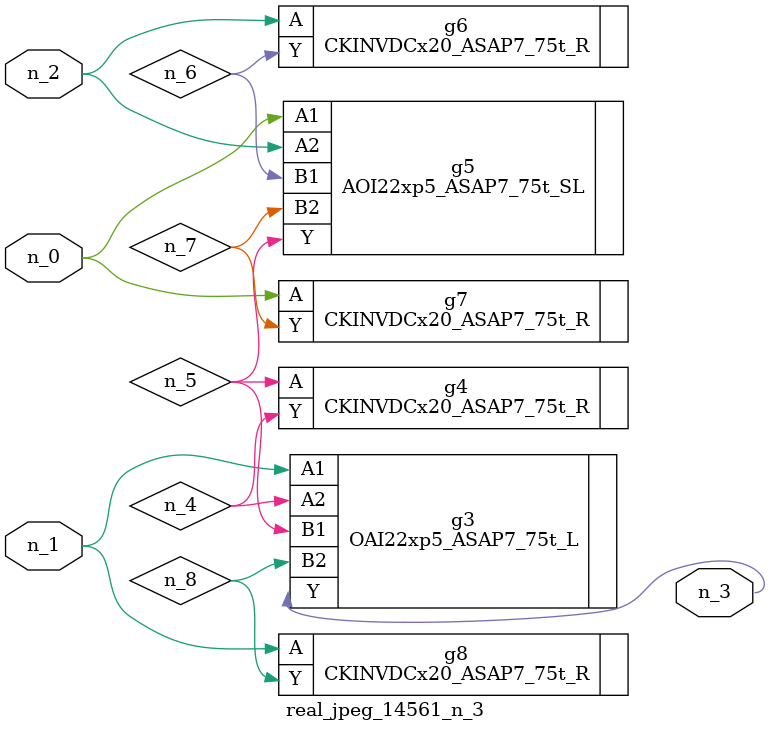
<source format=v>
module real_jpeg_14561_n_3 (n_1, n_0, n_2, n_3);

input n_1;
input n_0;
input n_2;

output n_3;

wire n_5;
wire n_4;
wire n_8;
wire n_6;
wire n_7;

AOI22xp5_ASAP7_75t_SL g5 ( 
.A1(n_0),
.A2(n_2),
.B1(n_6),
.B2(n_7),
.Y(n_5)
);

CKINVDCx20_ASAP7_75t_R g7 ( 
.A(n_0),
.Y(n_7)
);

OAI22xp5_ASAP7_75t_L g3 ( 
.A1(n_1),
.A2(n_4),
.B1(n_5),
.B2(n_8),
.Y(n_3)
);

CKINVDCx20_ASAP7_75t_R g8 ( 
.A(n_1),
.Y(n_8)
);

CKINVDCx20_ASAP7_75t_R g6 ( 
.A(n_2),
.Y(n_6)
);

CKINVDCx20_ASAP7_75t_R g4 ( 
.A(n_5),
.Y(n_4)
);


endmodule
</source>
